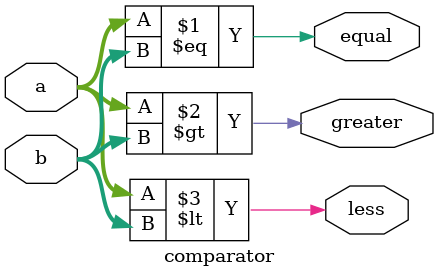
<source format=v>
`timescale 1ns / 1ps
module comparator #(parameter WIDTH = 4)(
  input [WIDTH-1:0] a, b,
  output equal, greater, less
);
  assign equal = (a == b);
  assign greater = (a > b);
  assign less = (a < b);
endmodule


</source>
